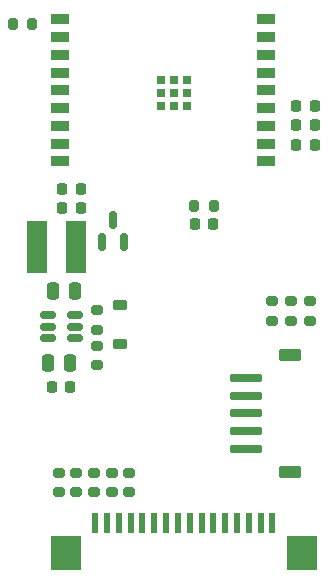
<source format=gbr>
%TF.GenerationSoftware,KiCad,Pcbnew,9.0.0-1.fc40*%
%TF.CreationDate,2025-03-21T22:07:14+01:00*%
%TF.ProjectId,airMouse-mcu,6169724d-6f75-4736-952d-6d63752e6b69,v1.0*%
%TF.SameCoordinates,Original*%
%TF.FileFunction,Paste,Top*%
%TF.FilePolarity,Positive*%
%FSLAX46Y46*%
G04 Gerber Fmt 4.6, Leading zero omitted, Abs format (unit mm)*
G04 Created by KiCad (PCBNEW 9.0.0-1.fc40) date 2025-03-21 22:07:14*
%MOMM*%
%LPD*%
G01*
G04 APERTURE LIST*
G04 Aperture macros list*
%AMRoundRect*
0 Rectangle with rounded corners*
0 $1 Rounding radius*
0 $2 $3 $4 $5 $6 $7 $8 $9 X,Y pos of 4 corners*
0 Add a 4 corners polygon primitive as box body*
4,1,4,$2,$3,$4,$5,$6,$7,$8,$9,$2,$3,0*
0 Add four circle primitives for the rounded corners*
1,1,$1+$1,$2,$3*
1,1,$1+$1,$4,$5*
1,1,$1+$1,$6,$7*
1,1,$1+$1,$8,$9*
0 Add four rect primitives between the rounded corners*
20,1,$1+$1,$2,$3,$4,$5,0*
20,1,$1+$1,$4,$5,$6,$7,0*
20,1,$1+$1,$6,$7,$8,$9,0*
20,1,$1+$1,$8,$9,$2,$3,0*%
G04 Aperture macros list end*
%ADD10RoundRect,0.218750X-0.218750X-0.256250X0.218750X-0.256250X0.218750X0.256250X-0.218750X0.256250X0*%
%ADD11R,0.700000X0.700000*%
%ADD12R,1.500000X0.900000*%
%ADD13RoundRect,0.250000X0.250000X0.475000X-0.250000X0.475000X-0.250000X-0.475000X0.250000X-0.475000X0*%
%ADD14RoundRect,0.200000X-0.200000X-0.275000X0.200000X-0.275000X0.200000X0.275000X-0.200000X0.275000X0*%
%ADD15R,1.750000X4.500000*%
%ADD16RoundRect,0.225000X0.225000X0.250000X-0.225000X0.250000X-0.225000X-0.250000X0.225000X-0.250000X0*%
%ADD17RoundRect,0.200000X-0.275000X0.200000X-0.275000X-0.200000X0.275000X-0.200000X0.275000X0.200000X0*%
%ADD18R,0.600000X1.800000*%
%ADD19R,2.500000X3.000000*%
%ADD20RoundRect,0.150000X0.150000X-0.587500X0.150000X0.587500X-0.150000X0.587500X-0.150000X-0.587500X0*%
%ADD21RoundRect,0.225000X0.375000X-0.225000X0.375000X0.225000X-0.375000X0.225000X-0.375000X-0.225000X0*%
%ADD22RoundRect,0.200000X0.200000X0.275000X-0.200000X0.275000X-0.200000X-0.275000X0.200000X-0.275000X0*%
%ADD23RoundRect,0.150000X-0.512500X-0.150000X0.512500X-0.150000X0.512500X0.150000X-0.512500X0.150000X0*%
%ADD24RoundRect,0.200000X0.275000X-0.200000X0.275000X0.200000X-0.275000X0.200000X-0.275000X-0.200000X0*%
%ADD25RoundRect,0.175000X1.175000X-0.175000X1.175000X0.175000X-1.175000X0.175000X-1.175000X-0.175000X0*%
%ADD26RoundRect,0.250000X0.700000X-0.300000X0.700000X0.300000X-0.700000X0.300000X-0.700000X-0.300000X0*%
G04 APERTURE END LIST*
D10*
%TO.C,D3*%
X167187500Y-88400000D03*
X165612500Y-88400000D03*
%TD*%
%TO.C,D4*%
X167187500Y-86750000D03*
X165612500Y-86750000D03*
%TD*%
%TO.C,D2*%
X167187500Y-85100000D03*
X165612500Y-85100000D03*
%TD*%
D11*
%TO.C,U5*%
X154210000Y-82900000D03*
X154210000Y-84000000D03*
X154210000Y-85100000D03*
X155310000Y-82900000D03*
X155310000Y-84000000D03*
X155310000Y-85100000D03*
X156410000Y-82900000D03*
X156410000Y-84000000D03*
X156410000Y-85100000D03*
D12*
X145600000Y-77800000D03*
X145600000Y-79300000D03*
X145600000Y-80800000D03*
X145600000Y-82300000D03*
X145600000Y-83800000D03*
X145600000Y-85300000D03*
X145600000Y-86800000D03*
X145600000Y-88300000D03*
X145600000Y-89800000D03*
X163100000Y-89800000D03*
X163100000Y-88300000D03*
X163100000Y-86800000D03*
X163100000Y-85300000D03*
X163100000Y-83800000D03*
X163100000Y-82300000D03*
X163100000Y-80800000D03*
X163100000Y-79300000D03*
X163100000Y-77800000D03*
%TD*%
D13*
%TO.C,C7*%
X146462500Y-106850000D03*
X144562500Y-106850000D03*
%TD*%
D14*
%TO.C,R55*%
X141600000Y-78200000D03*
X143250000Y-78200000D03*
%TD*%
D15*
%TO.C,L1*%
X146937500Y-97050000D03*
X143687500Y-97050000D03*
%TD*%
D16*
%TO.C,C1*%
X147362500Y-92150000D03*
X145812500Y-92150000D03*
%TD*%
D17*
%TO.C,R15*%
X166750000Y-101675000D03*
X166750000Y-103325000D03*
%TD*%
D16*
%TO.C,C3*%
X147362500Y-93750000D03*
X145812500Y-93750000D03*
%TD*%
%TO.C,C13*%
X158575000Y-95100000D03*
X157025000Y-95100000D03*
%TD*%
D18*
%TO.C,J4*%
X148600000Y-120400000D03*
X149600000Y-120400000D03*
X150600000Y-120400000D03*
X151600000Y-120400000D03*
X152600000Y-120400000D03*
X153600000Y-120400000D03*
X154600000Y-120400000D03*
X155600000Y-120400000D03*
X156600000Y-120400000D03*
X157600000Y-120400000D03*
X158600000Y-120400000D03*
X159600000Y-120400000D03*
X160600000Y-120400000D03*
X161600000Y-120400000D03*
X162600000Y-120400000D03*
X163600000Y-120400000D03*
D19*
X146100000Y-123000000D03*
X166100000Y-123000000D03*
%TD*%
D17*
%TO.C,R22*%
X148500000Y-116175000D03*
X148500000Y-117825000D03*
%TD*%
D20*
%TO.C,Q1*%
X149162500Y-96650000D03*
X151062500Y-96650000D03*
X150112500Y-94775000D03*
%TD*%
D17*
%TO.C,R16*%
X165150000Y-101675000D03*
X165150000Y-103325000D03*
%TD*%
%TO.C,R14*%
X163550000Y-101675000D03*
X163550000Y-103325000D03*
%TD*%
D21*
%TO.C,D1*%
X150712500Y-105250000D03*
X150712500Y-101950000D03*
%TD*%
D22*
%TO.C,R10*%
X158625000Y-93600000D03*
X156975000Y-93600000D03*
%TD*%
D23*
%TO.C,U2*%
X144612500Y-102850000D03*
X144612500Y-103800000D03*
X144612500Y-104750000D03*
X146887500Y-104750000D03*
X146887500Y-103800000D03*
X146887500Y-102850000D03*
%TD*%
D17*
%TO.C,R21*%
X150000000Y-116175000D03*
X150000000Y-117825000D03*
%TD*%
%TO.C,R23*%
X147000000Y-116175000D03*
X147000000Y-117825000D03*
%TD*%
D24*
%TO.C,R5*%
X148712500Y-107075000D03*
X148712500Y-105425000D03*
%TD*%
%TO.C,R6*%
X148712500Y-104075000D03*
X148712500Y-102425000D03*
%TD*%
D17*
%TO.C,R20*%
X151500000Y-116175000D03*
X151500000Y-117825000D03*
%TD*%
D13*
%TO.C,C2*%
X146900000Y-100800000D03*
X145000000Y-100800000D03*
%TD*%
D25*
%TO.C,J1*%
X161400000Y-114150000D03*
X161400000Y-112650000D03*
X161400000Y-111150000D03*
X161400000Y-109650000D03*
X161400000Y-108150000D03*
D26*
X165100000Y-116100000D03*
X165100000Y-106200000D03*
%TD*%
D17*
%TO.C,R24*%
X145500000Y-116175000D03*
X145500000Y-117825000D03*
%TD*%
D16*
%TO.C,C6*%
X146487500Y-108950000D03*
X144937500Y-108950000D03*
%TD*%
M02*

</source>
